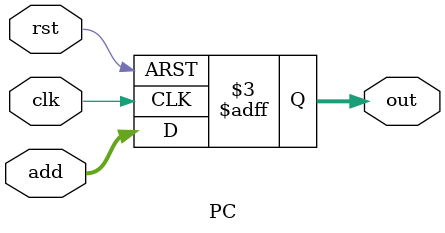
<source format=v>
module PC#(parameter N=15)
(
	output reg[N:0] out,
	input [N:0]add,
	input clk,
	input rst
);
always@(posedge clk, negedge rst)
begin
	if(!rst)
	begin
		out=16'h0000;
	end
	else
	begin
		out=add;
	end
end
endmodule

</source>
